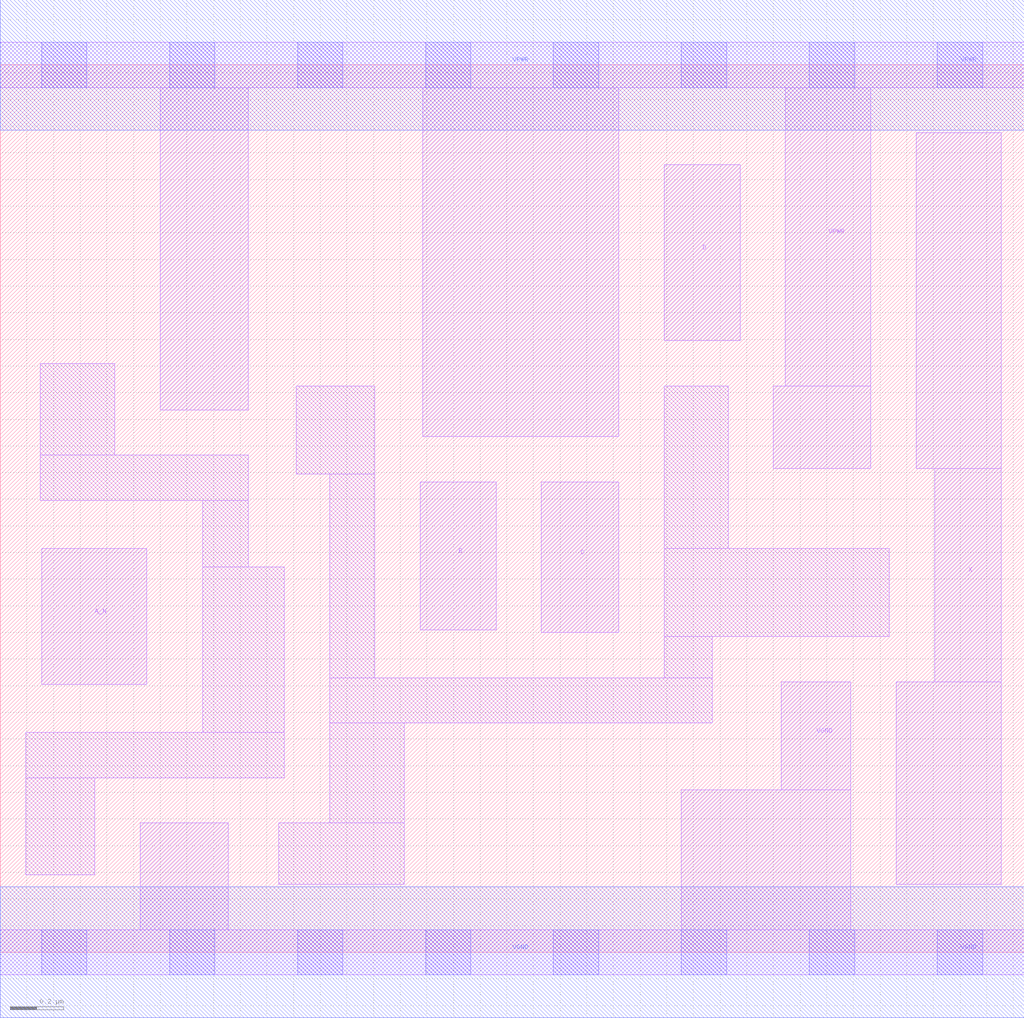
<source format=lef>
# Copyright 2020 The SkyWater PDK Authors
#
# Licensed under the Apache License, Version 2.0 (the "License");
# you may not use this file except in compliance with the License.
# You may obtain a copy of the License at
#
#     https://www.apache.org/licenses/LICENSE-2.0
#
# Unless required by applicable law or agreed to in writing, software
# distributed under the License is distributed on an "AS IS" BASIS,
# WITHOUT WARRANTIES OR CONDITIONS OF ANY KIND, either express or implied.
# See the License for the specific language governing permissions and
# limitations under the License.
#
# SPDX-License-Identifier: Apache-2.0

VERSION 5.7 ;
  NAMESCASESENSITIVE ON ;
  NOWIREEXTENSIONATPIN ON ;
  DIVIDERCHAR "/" ;
  BUSBITCHARS "[]" ;
UNITS
  DATABASE MICRONS 200 ;
END UNITS
MACRO sky130_fd_sc_lp__and4b_1
  CLASS CORE ;
  SOURCE USER ;
  FOREIGN sky130_fd_sc_lp__and4b_1 ;
  ORIGIN  0.000000  0.000000 ;
  SIZE  3.840000 BY  3.330000 ;
  SYMMETRY X Y R90 ;
  SITE unit ;
  PIN A_N
    ANTENNAGATEAREA  0.126000 ;
    DIRECTION INPUT ;
    USE SIGNAL ;
    PORT
      LAYER li1 ;
        RECT 0.155000 1.005000 0.550000 1.515000 ;
    END
  END A_N
  PIN B
    ANTENNAGATEAREA  0.126000 ;
    DIRECTION INPUT ;
    USE SIGNAL ;
    PORT
      LAYER li1 ;
        RECT 1.575000 1.210000 1.860000 1.765000 ;
    END
  END B
  PIN C
    ANTENNAGATEAREA  0.126000 ;
    DIRECTION INPUT ;
    USE SIGNAL ;
    PORT
      LAYER li1 ;
        RECT 2.030000 1.200000 2.320000 1.765000 ;
    END
  END C
  PIN D
    ANTENNAGATEAREA  0.126000 ;
    DIRECTION INPUT ;
    USE SIGNAL ;
    PORT
      LAYER li1 ;
        RECT 2.490000 2.295000 2.775000 2.955000 ;
    END
  END D
  PIN X
    ANTENNADIFFAREA  0.556500 ;
    DIRECTION OUTPUT ;
    USE SIGNAL ;
    PORT
      LAYER li1 ;
        RECT 3.360000 0.255000 3.755000 1.015000 ;
        RECT 3.435000 1.815000 3.755000 3.075000 ;
        RECT 3.505000 1.015000 3.755000 1.815000 ;
    END
  END X
  PIN VGND
    DIRECTION INOUT ;
    USE GROUND ;
    PORT
      LAYER li1 ;
        RECT 0.000000 -0.085000 3.840000 0.085000 ;
        RECT 0.525000  0.085000 0.855000 0.485000 ;
        RECT 2.555000  0.085000 3.190000 0.610000 ;
        RECT 2.930000  0.610000 3.190000 1.015000 ;
      LAYER mcon ;
        RECT 0.155000 -0.085000 0.325000 0.085000 ;
        RECT 0.635000 -0.085000 0.805000 0.085000 ;
        RECT 1.115000 -0.085000 1.285000 0.085000 ;
        RECT 1.595000 -0.085000 1.765000 0.085000 ;
        RECT 2.075000 -0.085000 2.245000 0.085000 ;
        RECT 2.555000 -0.085000 2.725000 0.085000 ;
        RECT 3.035000 -0.085000 3.205000 0.085000 ;
        RECT 3.515000 -0.085000 3.685000 0.085000 ;
      LAYER met1 ;
        RECT 0.000000 -0.245000 3.840000 0.245000 ;
    END
  END VGND
  PIN VPWR
    DIRECTION INOUT ;
    USE POWER ;
    PORT
      LAYER li1 ;
        RECT 0.000000 3.245000 3.840000 3.415000 ;
        RECT 0.600000 2.035000 0.930000 3.245000 ;
        RECT 1.585000 1.935000 2.320000 3.245000 ;
        RECT 2.900000 1.815000 3.265000 2.125000 ;
        RECT 2.945000 2.125000 3.265000 3.245000 ;
      LAYER mcon ;
        RECT 0.155000 3.245000 0.325000 3.415000 ;
        RECT 0.635000 3.245000 0.805000 3.415000 ;
        RECT 1.115000 3.245000 1.285000 3.415000 ;
        RECT 1.595000 3.245000 1.765000 3.415000 ;
        RECT 2.075000 3.245000 2.245000 3.415000 ;
        RECT 2.555000 3.245000 2.725000 3.415000 ;
        RECT 3.035000 3.245000 3.205000 3.415000 ;
        RECT 3.515000 3.245000 3.685000 3.415000 ;
      LAYER met1 ;
        RECT 0.000000 3.085000 3.840000 3.575000 ;
    END
  END VPWR
  OBS
    LAYER li1 ;
      RECT 0.095000 0.290000 0.355000 0.655000 ;
      RECT 0.095000 0.655000 1.065000 0.825000 ;
      RECT 0.150000 1.695000 0.930000 1.865000 ;
      RECT 0.150000 1.865000 0.430000 2.210000 ;
      RECT 0.760000 0.825000 1.065000 1.445000 ;
      RECT 0.760000 1.445000 0.930000 1.695000 ;
      RECT 1.045000 0.255000 1.515000 0.485000 ;
      RECT 1.110000 1.795000 1.405000 2.125000 ;
      RECT 1.235000 0.485000 1.515000 0.860000 ;
      RECT 1.235000 0.860000 2.670000 1.030000 ;
      RECT 1.235000 1.030000 1.405000 1.795000 ;
      RECT 2.490000 1.030000 2.670000 1.185000 ;
      RECT 2.490000 1.185000 3.335000 1.515000 ;
      RECT 2.490000 1.515000 2.730000 2.125000 ;
  END
END sky130_fd_sc_lp__and4b_1

</source>
